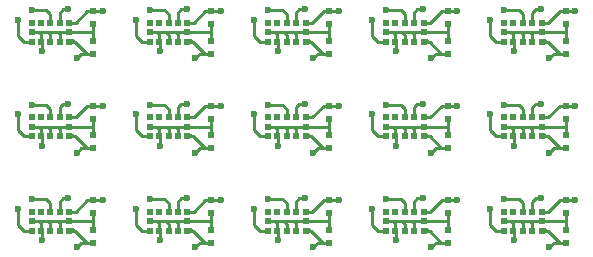
<source format=gbr>
G04 #@! TF.FileFunction,Copper,L1,Top,Signal*
%FSLAX46Y46*%
G04 Gerber Fmt 4.6, Leading zero omitted, Abs format (unit mm)*
G04 Created by KiCad (PCBNEW 4.0.7-e2-6376~58~ubuntu16.04.1) date Wed Aug  1 08:34:46 2018*
%MOMM*%
%LPD*%
G01*
G04 APERTURE LIST*
%ADD10C,0.100000*%
%ADD11R,0.500000X0.600000*%
%ADD12R,0.500000X0.500000*%
%ADD13R,0.250000X0.250000*%
%ADD14C,0.600000*%
%ADD15C,0.250000*%
G04 APERTURE END LIST*
D10*
D11*
X119075000Y-64450000D03*
X119075000Y-65550000D03*
X109075000Y-64450000D03*
X109075000Y-65550000D03*
X99075000Y-64450000D03*
X99075000Y-65550000D03*
X89075000Y-64450000D03*
X89075000Y-65550000D03*
X79075000Y-64450000D03*
X79075000Y-65550000D03*
X119075000Y-56450000D03*
X119075000Y-57550000D03*
X109075000Y-56450000D03*
X109075000Y-57550000D03*
X99075000Y-56450000D03*
X99075000Y-57550000D03*
X89075000Y-56450000D03*
X89075000Y-57550000D03*
X79075000Y-56450000D03*
X79075000Y-57550000D03*
X119075000Y-48450000D03*
X119075000Y-49550000D03*
X109075000Y-48450000D03*
X109075000Y-49550000D03*
X99075000Y-48450000D03*
X99075000Y-49550000D03*
X89075000Y-48450000D03*
X89075000Y-49550000D03*
D12*
X117050000Y-67050000D03*
X116250000Y-67050000D03*
X115450000Y-67050000D03*
X114650000Y-67050000D03*
X113850000Y-67050000D03*
X113850000Y-66250000D03*
X113850000Y-65450000D03*
X114650000Y-65450000D03*
X115450000Y-65450000D03*
X116250000Y-65450000D03*
X117050000Y-65450000D03*
X117050000Y-66250000D03*
D13*
X117350000Y-66925000D03*
D12*
X107050000Y-67050000D03*
X106250000Y-67050000D03*
X105450000Y-67050000D03*
X104650000Y-67050000D03*
X103850000Y-67050000D03*
X103850000Y-66250000D03*
X103850000Y-65450000D03*
X104650000Y-65450000D03*
X105450000Y-65450000D03*
X106250000Y-65450000D03*
X107050000Y-65450000D03*
X107050000Y-66250000D03*
D13*
X107350000Y-66925000D03*
D12*
X97050000Y-67050000D03*
X96250000Y-67050000D03*
X95450000Y-67050000D03*
X94650000Y-67050000D03*
X93850000Y-67050000D03*
X93850000Y-66250000D03*
X93850000Y-65450000D03*
X94650000Y-65450000D03*
X95450000Y-65450000D03*
X96250000Y-65450000D03*
X97050000Y-65450000D03*
X97050000Y-66250000D03*
D13*
X97350000Y-66925000D03*
D12*
X87050000Y-67050000D03*
X86250000Y-67050000D03*
X85450000Y-67050000D03*
X84650000Y-67050000D03*
X83850000Y-67050000D03*
X83850000Y-66250000D03*
X83850000Y-65450000D03*
X84650000Y-65450000D03*
X85450000Y-65450000D03*
X86250000Y-65450000D03*
X87050000Y-65450000D03*
X87050000Y-66250000D03*
D13*
X87350000Y-66925000D03*
D12*
X77050000Y-67050000D03*
X76250000Y-67050000D03*
X75450000Y-67050000D03*
X74650000Y-67050000D03*
X73850000Y-67050000D03*
X73850000Y-66250000D03*
X73850000Y-65450000D03*
X74650000Y-65450000D03*
X75450000Y-65450000D03*
X76250000Y-65450000D03*
X77050000Y-65450000D03*
X77050000Y-66250000D03*
D13*
X77350000Y-66925000D03*
D12*
X117050000Y-59050000D03*
X116250000Y-59050000D03*
X115450000Y-59050000D03*
X114650000Y-59050000D03*
X113850000Y-59050000D03*
X113850000Y-58250000D03*
X113850000Y-57450000D03*
X114650000Y-57450000D03*
X115450000Y-57450000D03*
X116250000Y-57450000D03*
X117050000Y-57450000D03*
X117050000Y-58250000D03*
D13*
X117350000Y-58925000D03*
D12*
X107050000Y-59050000D03*
X106250000Y-59050000D03*
X105450000Y-59050000D03*
X104650000Y-59050000D03*
X103850000Y-59050000D03*
X103850000Y-58250000D03*
X103850000Y-57450000D03*
X104650000Y-57450000D03*
X105450000Y-57450000D03*
X106250000Y-57450000D03*
X107050000Y-57450000D03*
X107050000Y-58250000D03*
D13*
X107350000Y-58925000D03*
D12*
X97050000Y-59050000D03*
X96250000Y-59050000D03*
X95450000Y-59050000D03*
X94650000Y-59050000D03*
X93850000Y-59050000D03*
X93850000Y-58250000D03*
X93850000Y-57450000D03*
X94650000Y-57450000D03*
X95450000Y-57450000D03*
X96250000Y-57450000D03*
X97050000Y-57450000D03*
X97050000Y-58250000D03*
D13*
X97350000Y-58925000D03*
D12*
X87050000Y-59050000D03*
X86250000Y-59050000D03*
X85450000Y-59050000D03*
X84650000Y-59050000D03*
X83850000Y-59050000D03*
X83850000Y-58250000D03*
X83850000Y-57450000D03*
X84650000Y-57450000D03*
X85450000Y-57450000D03*
X86250000Y-57450000D03*
X87050000Y-57450000D03*
X87050000Y-58250000D03*
D13*
X87350000Y-58925000D03*
D12*
X77050000Y-59050000D03*
X76250000Y-59050000D03*
X75450000Y-59050000D03*
X74650000Y-59050000D03*
X73850000Y-59050000D03*
X73850000Y-58250000D03*
X73850000Y-57450000D03*
X74650000Y-57450000D03*
X75450000Y-57450000D03*
X76250000Y-57450000D03*
X77050000Y-57450000D03*
X77050000Y-58250000D03*
D13*
X77350000Y-58925000D03*
D12*
X117050000Y-51050000D03*
X116250000Y-51050000D03*
X115450000Y-51050000D03*
X114650000Y-51050000D03*
X113850000Y-51050000D03*
X113850000Y-50250000D03*
X113850000Y-49450000D03*
X114650000Y-49450000D03*
X115450000Y-49450000D03*
X116250000Y-49450000D03*
X117050000Y-49450000D03*
X117050000Y-50250000D03*
D13*
X117350000Y-50925000D03*
D12*
X107050000Y-51050000D03*
X106250000Y-51050000D03*
X105450000Y-51050000D03*
X104650000Y-51050000D03*
X103850000Y-51050000D03*
X103850000Y-50250000D03*
X103850000Y-49450000D03*
X104650000Y-49450000D03*
X105450000Y-49450000D03*
X106250000Y-49450000D03*
X107050000Y-49450000D03*
X107050000Y-50250000D03*
D13*
X107350000Y-50925000D03*
D12*
X97050000Y-51050000D03*
X96250000Y-51050000D03*
X95450000Y-51050000D03*
X94650000Y-51050000D03*
X93850000Y-51050000D03*
X93850000Y-50250000D03*
X93850000Y-49450000D03*
X94650000Y-49450000D03*
X95450000Y-49450000D03*
X96250000Y-49450000D03*
X97050000Y-49450000D03*
X97050000Y-50250000D03*
D13*
X97350000Y-50925000D03*
D12*
X87050000Y-51050000D03*
X86250000Y-51050000D03*
X85450000Y-51050000D03*
X84650000Y-51050000D03*
X83850000Y-51050000D03*
X83850000Y-50250000D03*
X83850000Y-49450000D03*
X84650000Y-49450000D03*
X85450000Y-49450000D03*
X86250000Y-49450000D03*
X87050000Y-49450000D03*
X87050000Y-50250000D03*
D13*
X87350000Y-50925000D03*
D11*
X119075000Y-68050000D03*
X119075000Y-66950000D03*
X109075000Y-68050000D03*
X109075000Y-66950000D03*
X99075000Y-68050000D03*
X99075000Y-66950000D03*
X89075000Y-68050000D03*
X89075000Y-66950000D03*
X79075000Y-68050000D03*
X79075000Y-66950000D03*
X119075000Y-60050000D03*
X119075000Y-58950000D03*
X109075000Y-60050000D03*
X109075000Y-58950000D03*
X99075000Y-60050000D03*
X99075000Y-58950000D03*
X89075000Y-60050000D03*
X89075000Y-58950000D03*
X79075000Y-60050000D03*
X79075000Y-58950000D03*
X119075000Y-52050000D03*
X119075000Y-50950000D03*
X109075000Y-52050000D03*
X109075000Y-50950000D03*
X99075000Y-52050000D03*
X99075000Y-50950000D03*
X89075000Y-52050000D03*
X89075000Y-50950000D03*
D12*
X77050000Y-51050000D03*
X76250000Y-51050000D03*
X75450000Y-51050000D03*
X74650000Y-51050000D03*
X73850000Y-51050000D03*
X73850000Y-50250000D03*
X73850000Y-49450000D03*
X74650000Y-49450000D03*
X75450000Y-49450000D03*
X76250000Y-49450000D03*
X77050000Y-49450000D03*
X77050000Y-50250000D03*
D13*
X77350000Y-50925000D03*
D11*
X79075000Y-52050000D03*
X79075000Y-50950000D03*
X79075000Y-48450000D03*
X79075000Y-49550000D03*
D14*
X119900000Y-64450000D03*
X109900000Y-64450000D03*
X99900000Y-64450000D03*
X89900000Y-64450000D03*
X79900000Y-64450000D03*
X119900000Y-56450000D03*
X109900000Y-56450000D03*
X99900000Y-56450000D03*
X89900000Y-56450000D03*
X79900000Y-56450000D03*
X119900000Y-48450000D03*
X109900000Y-48450000D03*
X99900000Y-48450000D03*
X89900000Y-48450000D03*
X117675000Y-68450000D03*
X107675000Y-68450000D03*
X97675000Y-68450000D03*
X87675000Y-68450000D03*
X77675000Y-68450000D03*
X117675000Y-60450000D03*
X107675000Y-60450000D03*
X97675000Y-60450000D03*
X87675000Y-60450000D03*
X77675000Y-60450000D03*
X117675000Y-52450000D03*
X107675000Y-52450000D03*
X97675000Y-52450000D03*
X87675000Y-52450000D03*
X79900000Y-48450000D03*
X77675000Y-52450000D03*
X114735000Y-67850000D03*
X104735000Y-67850000D03*
X94735000Y-67850000D03*
X84735000Y-67850000D03*
X74735000Y-67850000D03*
X114735000Y-59850000D03*
X104735000Y-59850000D03*
X94735000Y-59850000D03*
X84735000Y-59850000D03*
X74735000Y-59850000D03*
X114735000Y-51850000D03*
X104735000Y-51850000D03*
X94735000Y-51850000D03*
X84735000Y-51850000D03*
X74735000Y-51850000D03*
X116975000Y-64300000D03*
X106975000Y-64300000D03*
X96975000Y-64300000D03*
X86975000Y-64300000D03*
X76975000Y-64300000D03*
X116975000Y-56300000D03*
X106975000Y-56300000D03*
X96975000Y-56300000D03*
X86975000Y-56300000D03*
X76975000Y-56300000D03*
X116975000Y-48300000D03*
X106975000Y-48300000D03*
X96975000Y-48300000D03*
X86975000Y-48300000D03*
X76975000Y-48300000D03*
X112675000Y-65200000D03*
X102675000Y-65200000D03*
X92675000Y-65200000D03*
X82675000Y-65200000D03*
X72675000Y-65200000D03*
X112675000Y-57200000D03*
X102675000Y-57200000D03*
X92675000Y-57200000D03*
X82675000Y-57200000D03*
X72675000Y-57200000D03*
X112675000Y-49200000D03*
X102675000Y-49200000D03*
X92675000Y-49200000D03*
X82675000Y-49200000D03*
X72675000Y-49200000D03*
X113875000Y-64370000D03*
X103875000Y-64370000D03*
X93875000Y-64370000D03*
X83875000Y-64370000D03*
X73875000Y-64370000D03*
X113875000Y-56370000D03*
X103875000Y-56370000D03*
X93875000Y-56370000D03*
X83875000Y-56370000D03*
X73875000Y-56370000D03*
X113875000Y-48370000D03*
X103875000Y-48370000D03*
X93875000Y-48370000D03*
X83875000Y-48370000D03*
X73875000Y-48370000D03*
D15*
X118550000Y-68050000D02*
X119075000Y-68050000D01*
X108550000Y-68050000D02*
X109075000Y-68050000D01*
X98550000Y-68050000D02*
X99075000Y-68050000D01*
X88550000Y-68050000D02*
X89075000Y-68050000D01*
X78550000Y-68050000D02*
X79075000Y-68050000D01*
X118550000Y-60050000D02*
X119075000Y-60050000D01*
X108550000Y-60050000D02*
X109075000Y-60050000D01*
X98550000Y-60050000D02*
X99075000Y-60050000D01*
X88550000Y-60050000D02*
X89075000Y-60050000D01*
X78550000Y-60050000D02*
X79075000Y-60050000D01*
X118550000Y-52050000D02*
X119075000Y-52050000D01*
X108550000Y-52050000D02*
X109075000Y-52050000D01*
X98550000Y-52050000D02*
X99075000Y-52050000D01*
X88550000Y-52050000D02*
X89075000Y-52050000D01*
X117550000Y-67050000D02*
X118550000Y-68050000D01*
X107550000Y-67050000D02*
X108550000Y-68050000D01*
X97550000Y-67050000D02*
X98550000Y-68050000D01*
X87550000Y-67050000D02*
X88550000Y-68050000D01*
X77550000Y-67050000D02*
X78550000Y-68050000D01*
X117550000Y-59050000D02*
X118550000Y-60050000D01*
X107550000Y-59050000D02*
X108550000Y-60050000D01*
X97550000Y-59050000D02*
X98550000Y-60050000D01*
X87550000Y-59050000D02*
X88550000Y-60050000D01*
X77550000Y-59050000D02*
X78550000Y-60050000D01*
X117550000Y-51050000D02*
X118550000Y-52050000D01*
X107550000Y-51050000D02*
X108550000Y-52050000D01*
X97550000Y-51050000D02*
X98550000Y-52050000D01*
X87550000Y-51050000D02*
X88550000Y-52050000D01*
X119075000Y-68050000D02*
X118075000Y-68050000D01*
X109075000Y-68050000D02*
X108075000Y-68050000D01*
X99075000Y-68050000D02*
X98075000Y-68050000D01*
X89075000Y-68050000D02*
X88075000Y-68050000D01*
X79075000Y-68050000D02*
X78075000Y-68050000D01*
X119075000Y-60050000D02*
X118075000Y-60050000D01*
X109075000Y-60050000D02*
X108075000Y-60050000D01*
X99075000Y-60050000D02*
X98075000Y-60050000D01*
X89075000Y-60050000D02*
X88075000Y-60050000D01*
X79075000Y-60050000D02*
X78075000Y-60050000D01*
X119075000Y-52050000D02*
X118075000Y-52050000D01*
X109075000Y-52050000D02*
X108075000Y-52050000D01*
X99075000Y-52050000D02*
X98075000Y-52050000D01*
X89075000Y-52050000D02*
X88075000Y-52050000D01*
X118075000Y-68050000D02*
X117675000Y-68450000D01*
X108075000Y-68050000D02*
X107675000Y-68450000D01*
X98075000Y-68050000D02*
X97675000Y-68450000D01*
X88075000Y-68050000D02*
X87675000Y-68450000D01*
X78075000Y-68050000D02*
X77675000Y-68450000D01*
X118075000Y-60050000D02*
X117675000Y-60450000D01*
X108075000Y-60050000D02*
X107675000Y-60450000D01*
X98075000Y-60050000D02*
X97675000Y-60450000D01*
X88075000Y-60050000D02*
X87675000Y-60450000D01*
X78075000Y-60050000D02*
X77675000Y-60450000D01*
X118075000Y-52050000D02*
X117675000Y-52450000D01*
X108075000Y-52050000D02*
X107675000Y-52450000D01*
X98075000Y-52050000D02*
X97675000Y-52450000D01*
X88075000Y-52050000D02*
X87675000Y-52450000D01*
X117225000Y-67050000D02*
X117350000Y-66925000D01*
X107225000Y-67050000D02*
X107350000Y-66925000D01*
X97225000Y-67050000D02*
X97350000Y-66925000D01*
X87225000Y-67050000D02*
X87350000Y-66925000D01*
X77225000Y-67050000D02*
X77350000Y-66925000D01*
X117225000Y-59050000D02*
X117350000Y-58925000D01*
X107225000Y-59050000D02*
X107350000Y-58925000D01*
X97225000Y-59050000D02*
X97350000Y-58925000D01*
X87225000Y-59050000D02*
X87350000Y-58925000D01*
X77225000Y-59050000D02*
X77350000Y-58925000D01*
X117225000Y-51050000D02*
X117350000Y-50925000D01*
X107225000Y-51050000D02*
X107350000Y-50925000D01*
X97225000Y-51050000D02*
X97350000Y-50925000D01*
X87225000Y-51050000D02*
X87350000Y-50925000D01*
X117050000Y-67050000D02*
X117225000Y-67050000D01*
X107050000Y-67050000D02*
X107225000Y-67050000D01*
X97050000Y-67050000D02*
X97225000Y-67050000D01*
X87050000Y-67050000D02*
X87225000Y-67050000D01*
X77050000Y-67050000D02*
X77225000Y-67050000D01*
X117050000Y-59050000D02*
X117225000Y-59050000D01*
X107050000Y-59050000D02*
X107225000Y-59050000D01*
X97050000Y-59050000D02*
X97225000Y-59050000D01*
X87050000Y-59050000D02*
X87225000Y-59050000D01*
X77050000Y-59050000D02*
X77225000Y-59050000D01*
X117050000Y-51050000D02*
X117225000Y-51050000D01*
X107050000Y-51050000D02*
X107225000Y-51050000D01*
X97050000Y-51050000D02*
X97225000Y-51050000D01*
X87050000Y-51050000D02*
X87225000Y-51050000D01*
X117050000Y-67050000D02*
X117550000Y-67050000D01*
X107050000Y-67050000D02*
X107550000Y-67050000D01*
X97050000Y-67050000D02*
X97550000Y-67050000D01*
X87050000Y-67050000D02*
X87550000Y-67050000D01*
X77050000Y-67050000D02*
X77550000Y-67050000D01*
X117050000Y-59050000D02*
X117550000Y-59050000D01*
X107050000Y-59050000D02*
X107550000Y-59050000D01*
X97050000Y-59050000D02*
X97550000Y-59050000D01*
X87050000Y-59050000D02*
X87550000Y-59050000D01*
X77050000Y-59050000D02*
X77550000Y-59050000D01*
X117050000Y-51050000D02*
X117550000Y-51050000D01*
X107050000Y-51050000D02*
X107550000Y-51050000D01*
X97050000Y-51050000D02*
X97550000Y-51050000D01*
X87050000Y-51050000D02*
X87550000Y-51050000D01*
X119900000Y-64450000D02*
X119075000Y-64450000D01*
X109900000Y-64450000D02*
X109075000Y-64450000D01*
X99900000Y-64450000D02*
X99075000Y-64450000D01*
X89900000Y-64450000D02*
X89075000Y-64450000D01*
X79900000Y-64450000D02*
X79075000Y-64450000D01*
X119900000Y-56450000D02*
X119075000Y-56450000D01*
X109900000Y-56450000D02*
X109075000Y-56450000D01*
X99900000Y-56450000D02*
X99075000Y-56450000D01*
X89900000Y-56450000D02*
X89075000Y-56450000D01*
X79900000Y-56450000D02*
X79075000Y-56450000D01*
X119900000Y-48450000D02*
X119075000Y-48450000D01*
X109900000Y-48450000D02*
X109075000Y-48450000D01*
X99900000Y-48450000D02*
X99075000Y-48450000D01*
X89900000Y-48450000D02*
X89075000Y-48450000D01*
X117050000Y-65450000D02*
X117575000Y-65450000D01*
X107050000Y-65450000D02*
X107575000Y-65450000D01*
X97050000Y-65450000D02*
X97575000Y-65450000D01*
X87050000Y-65450000D02*
X87575000Y-65450000D01*
X77050000Y-65450000D02*
X77575000Y-65450000D01*
X117050000Y-57450000D02*
X117575000Y-57450000D01*
X107050000Y-57450000D02*
X107575000Y-57450000D01*
X97050000Y-57450000D02*
X97575000Y-57450000D01*
X87050000Y-57450000D02*
X87575000Y-57450000D01*
X77050000Y-57450000D02*
X77575000Y-57450000D01*
X117050000Y-49450000D02*
X117575000Y-49450000D01*
X107050000Y-49450000D02*
X107575000Y-49450000D01*
X97050000Y-49450000D02*
X97575000Y-49450000D01*
X87050000Y-49450000D02*
X87575000Y-49450000D01*
X118575000Y-64450000D02*
X119075000Y-64450000D01*
X108575000Y-64450000D02*
X109075000Y-64450000D01*
X98575000Y-64450000D02*
X99075000Y-64450000D01*
X88575000Y-64450000D02*
X89075000Y-64450000D01*
X78575000Y-64450000D02*
X79075000Y-64450000D01*
X118575000Y-56450000D02*
X119075000Y-56450000D01*
X108575000Y-56450000D02*
X109075000Y-56450000D01*
X98575000Y-56450000D02*
X99075000Y-56450000D01*
X88575000Y-56450000D02*
X89075000Y-56450000D01*
X78575000Y-56450000D02*
X79075000Y-56450000D01*
X118575000Y-48450000D02*
X119075000Y-48450000D01*
X108575000Y-48450000D02*
X109075000Y-48450000D01*
X98575000Y-48450000D02*
X99075000Y-48450000D01*
X88575000Y-48450000D02*
X89075000Y-48450000D01*
X117575000Y-65450000D02*
X118575000Y-64450000D01*
X107575000Y-65450000D02*
X108575000Y-64450000D01*
X97575000Y-65450000D02*
X98575000Y-64450000D01*
X87575000Y-65450000D02*
X88575000Y-64450000D01*
X77575000Y-65450000D02*
X78575000Y-64450000D01*
X117575000Y-57450000D02*
X118575000Y-56450000D01*
X107575000Y-57450000D02*
X108575000Y-56450000D01*
X97575000Y-57450000D02*
X98575000Y-56450000D01*
X87575000Y-57450000D02*
X88575000Y-56450000D01*
X77575000Y-57450000D02*
X78575000Y-56450000D01*
X117575000Y-49450000D02*
X118575000Y-48450000D01*
X107575000Y-49450000D02*
X108575000Y-48450000D01*
X97575000Y-49450000D02*
X98575000Y-48450000D01*
X87575000Y-49450000D02*
X88575000Y-48450000D01*
X79900000Y-48450000D02*
X79075000Y-48450000D01*
X79075000Y-52050000D02*
X78075000Y-52050000D01*
X78075000Y-52050000D02*
X77675000Y-52450000D01*
X77050000Y-51050000D02*
X77550000Y-51050000D01*
X78550000Y-52050000D02*
X79075000Y-52050000D01*
X77550000Y-51050000D02*
X78550000Y-52050000D01*
X77050000Y-49450000D02*
X77575000Y-49450000D01*
X77575000Y-49450000D02*
X78575000Y-48450000D01*
X78575000Y-48450000D02*
X79075000Y-48450000D01*
X77050000Y-51050000D02*
X77225000Y-51050000D01*
X77225000Y-51050000D02*
X77350000Y-50925000D01*
X114735000Y-67050000D02*
X114735000Y-67850000D01*
X104735000Y-67050000D02*
X104735000Y-67850000D01*
X94735000Y-67050000D02*
X94735000Y-67850000D01*
X84735000Y-67050000D02*
X84735000Y-67850000D01*
X74735000Y-67050000D02*
X74735000Y-67850000D01*
X114735000Y-59050000D02*
X114735000Y-59850000D01*
X104735000Y-59050000D02*
X104735000Y-59850000D01*
X94735000Y-59050000D02*
X94735000Y-59850000D01*
X84735000Y-59050000D02*
X84735000Y-59850000D01*
X74735000Y-59050000D02*
X74735000Y-59850000D01*
X114735000Y-51050000D02*
X114735000Y-51850000D01*
X104735000Y-51050000D02*
X104735000Y-51850000D01*
X94735000Y-51050000D02*
X94735000Y-51850000D01*
X84735000Y-51050000D02*
X84735000Y-51850000D01*
X113850000Y-66250000D02*
X114475000Y-66250000D01*
X103850000Y-66250000D02*
X104475000Y-66250000D01*
X93850000Y-66250000D02*
X94475000Y-66250000D01*
X83850000Y-66250000D02*
X84475000Y-66250000D01*
X73850000Y-66250000D02*
X74475000Y-66250000D01*
X113850000Y-58250000D02*
X114475000Y-58250000D01*
X103850000Y-58250000D02*
X104475000Y-58250000D01*
X93850000Y-58250000D02*
X94475000Y-58250000D01*
X83850000Y-58250000D02*
X84475000Y-58250000D01*
X73850000Y-58250000D02*
X74475000Y-58250000D01*
X113850000Y-50250000D02*
X114475000Y-50250000D01*
X103850000Y-50250000D02*
X104475000Y-50250000D01*
X93850000Y-50250000D02*
X94475000Y-50250000D01*
X83850000Y-50250000D02*
X84475000Y-50250000D01*
X119075000Y-66250000D02*
X119075000Y-66950000D01*
X109075000Y-66250000D02*
X109075000Y-66950000D01*
X99075000Y-66250000D02*
X99075000Y-66950000D01*
X89075000Y-66250000D02*
X89075000Y-66950000D01*
X79075000Y-66250000D02*
X79075000Y-66950000D01*
X119075000Y-58250000D02*
X119075000Y-58950000D01*
X109075000Y-58250000D02*
X109075000Y-58950000D01*
X99075000Y-58250000D02*
X99075000Y-58950000D01*
X89075000Y-58250000D02*
X89075000Y-58950000D01*
X79075000Y-58250000D02*
X79075000Y-58950000D01*
X119075000Y-50250000D02*
X119075000Y-50950000D01*
X109075000Y-50250000D02*
X109075000Y-50950000D01*
X99075000Y-50250000D02*
X99075000Y-50950000D01*
X89075000Y-50250000D02*
X89075000Y-50950000D01*
X116250000Y-66425000D02*
X116075000Y-66250000D01*
X106250000Y-66425000D02*
X106075000Y-66250000D01*
X96250000Y-66425000D02*
X96075000Y-66250000D01*
X86250000Y-66425000D02*
X86075000Y-66250000D01*
X76250000Y-66425000D02*
X76075000Y-66250000D01*
X116250000Y-58425000D02*
X116075000Y-58250000D01*
X106250000Y-58425000D02*
X106075000Y-58250000D01*
X96250000Y-58425000D02*
X96075000Y-58250000D01*
X86250000Y-58425000D02*
X86075000Y-58250000D01*
X76250000Y-58425000D02*
X76075000Y-58250000D01*
X116250000Y-50425000D02*
X116075000Y-50250000D01*
X106250000Y-50425000D02*
X106075000Y-50250000D01*
X96250000Y-50425000D02*
X96075000Y-50250000D01*
X86250000Y-50425000D02*
X86075000Y-50250000D01*
X116250000Y-67050000D02*
X116250000Y-66425000D01*
X106250000Y-67050000D02*
X106250000Y-66425000D01*
X96250000Y-67050000D02*
X96250000Y-66425000D01*
X86250000Y-67050000D02*
X86250000Y-66425000D01*
X76250000Y-67050000D02*
X76250000Y-66425000D01*
X116250000Y-59050000D02*
X116250000Y-58425000D01*
X106250000Y-59050000D02*
X106250000Y-58425000D01*
X96250000Y-59050000D02*
X96250000Y-58425000D01*
X86250000Y-59050000D02*
X86250000Y-58425000D01*
X76250000Y-59050000D02*
X76250000Y-58425000D01*
X116250000Y-51050000D02*
X116250000Y-50425000D01*
X106250000Y-51050000D02*
X106250000Y-50425000D01*
X96250000Y-51050000D02*
X96250000Y-50425000D01*
X86250000Y-51050000D02*
X86250000Y-50425000D01*
X116075000Y-66250000D02*
X117050000Y-66250000D01*
X106075000Y-66250000D02*
X107050000Y-66250000D01*
X96075000Y-66250000D02*
X97050000Y-66250000D01*
X86075000Y-66250000D02*
X87050000Y-66250000D01*
X76075000Y-66250000D02*
X77050000Y-66250000D01*
X116075000Y-58250000D02*
X117050000Y-58250000D01*
X106075000Y-58250000D02*
X107050000Y-58250000D01*
X96075000Y-58250000D02*
X97050000Y-58250000D01*
X86075000Y-58250000D02*
X87050000Y-58250000D01*
X76075000Y-58250000D02*
X77050000Y-58250000D01*
X116075000Y-50250000D02*
X117050000Y-50250000D01*
X106075000Y-50250000D02*
X107050000Y-50250000D01*
X96075000Y-50250000D02*
X97050000Y-50250000D01*
X86075000Y-50250000D02*
X87050000Y-50250000D01*
X115450000Y-66450000D02*
X115250000Y-66250000D01*
X105450000Y-66450000D02*
X105250000Y-66250000D01*
X95450000Y-66450000D02*
X95250000Y-66250000D01*
X85450000Y-66450000D02*
X85250000Y-66250000D01*
X75450000Y-66450000D02*
X75250000Y-66250000D01*
X115450000Y-58450000D02*
X115250000Y-58250000D01*
X105450000Y-58450000D02*
X105250000Y-58250000D01*
X95450000Y-58450000D02*
X95250000Y-58250000D01*
X85450000Y-58450000D02*
X85250000Y-58250000D01*
X75450000Y-58450000D02*
X75250000Y-58250000D01*
X115450000Y-50450000D02*
X115250000Y-50250000D01*
X105450000Y-50450000D02*
X105250000Y-50250000D01*
X95450000Y-50450000D02*
X95250000Y-50250000D01*
X85450000Y-50450000D02*
X85250000Y-50250000D01*
X114475000Y-66250000D02*
X115250000Y-66250000D01*
X104475000Y-66250000D02*
X105250000Y-66250000D01*
X94475000Y-66250000D02*
X95250000Y-66250000D01*
X84475000Y-66250000D02*
X85250000Y-66250000D01*
X74475000Y-66250000D02*
X75250000Y-66250000D01*
X114475000Y-58250000D02*
X115250000Y-58250000D01*
X104475000Y-58250000D02*
X105250000Y-58250000D01*
X94475000Y-58250000D02*
X95250000Y-58250000D01*
X84475000Y-58250000D02*
X85250000Y-58250000D01*
X74475000Y-58250000D02*
X75250000Y-58250000D01*
X114475000Y-50250000D02*
X115250000Y-50250000D01*
X104475000Y-50250000D02*
X105250000Y-50250000D01*
X94475000Y-50250000D02*
X95250000Y-50250000D01*
X84475000Y-50250000D02*
X85250000Y-50250000D01*
X115250000Y-66250000D02*
X116075000Y-66250000D01*
X105250000Y-66250000D02*
X106075000Y-66250000D01*
X95250000Y-66250000D02*
X96075000Y-66250000D01*
X85250000Y-66250000D02*
X86075000Y-66250000D01*
X75250000Y-66250000D02*
X76075000Y-66250000D01*
X115250000Y-58250000D02*
X116075000Y-58250000D01*
X105250000Y-58250000D02*
X106075000Y-58250000D01*
X95250000Y-58250000D02*
X96075000Y-58250000D01*
X85250000Y-58250000D02*
X86075000Y-58250000D01*
X75250000Y-58250000D02*
X76075000Y-58250000D01*
X115250000Y-50250000D02*
X116075000Y-50250000D01*
X105250000Y-50250000D02*
X106075000Y-50250000D01*
X95250000Y-50250000D02*
X96075000Y-50250000D01*
X85250000Y-50250000D02*
X86075000Y-50250000D01*
X114650000Y-66425000D02*
X114475000Y-66250000D01*
X104650000Y-66425000D02*
X104475000Y-66250000D01*
X94650000Y-66425000D02*
X94475000Y-66250000D01*
X84650000Y-66425000D02*
X84475000Y-66250000D01*
X74650000Y-66425000D02*
X74475000Y-66250000D01*
X114650000Y-58425000D02*
X114475000Y-58250000D01*
X104650000Y-58425000D02*
X104475000Y-58250000D01*
X94650000Y-58425000D02*
X94475000Y-58250000D01*
X84650000Y-58425000D02*
X84475000Y-58250000D01*
X74650000Y-58425000D02*
X74475000Y-58250000D01*
X114650000Y-50425000D02*
X114475000Y-50250000D01*
X104650000Y-50425000D02*
X104475000Y-50250000D01*
X94650000Y-50425000D02*
X94475000Y-50250000D01*
X84650000Y-50425000D02*
X84475000Y-50250000D01*
X114650000Y-67050000D02*
X114650000Y-66425000D01*
X104650000Y-67050000D02*
X104650000Y-66425000D01*
X94650000Y-67050000D02*
X94650000Y-66425000D01*
X84650000Y-67050000D02*
X84650000Y-66425000D01*
X74650000Y-67050000D02*
X74650000Y-66425000D01*
X114650000Y-59050000D02*
X114650000Y-58425000D01*
X104650000Y-59050000D02*
X104650000Y-58425000D01*
X94650000Y-59050000D02*
X94650000Y-58425000D01*
X84650000Y-59050000D02*
X84650000Y-58425000D01*
X74650000Y-59050000D02*
X74650000Y-58425000D01*
X114650000Y-51050000D02*
X114650000Y-50425000D01*
X104650000Y-51050000D02*
X104650000Y-50425000D01*
X94650000Y-51050000D02*
X94650000Y-50425000D01*
X84650000Y-51050000D02*
X84650000Y-50425000D01*
X115450000Y-67050000D02*
X115450000Y-66450000D01*
X105450000Y-67050000D02*
X105450000Y-66450000D01*
X95450000Y-67050000D02*
X95450000Y-66450000D01*
X85450000Y-67050000D02*
X85450000Y-66450000D01*
X75450000Y-67050000D02*
X75450000Y-66450000D01*
X115450000Y-59050000D02*
X115450000Y-58450000D01*
X105450000Y-59050000D02*
X105450000Y-58450000D01*
X95450000Y-59050000D02*
X95450000Y-58450000D01*
X85450000Y-59050000D02*
X85450000Y-58450000D01*
X75450000Y-59050000D02*
X75450000Y-58450000D01*
X115450000Y-51050000D02*
X115450000Y-50450000D01*
X105450000Y-51050000D02*
X105450000Y-50450000D01*
X95450000Y-51050000D02*
X95450000Y-50450000D01*
X85450000Y-51050000D02*
X85450000Y-50450000D01*
X119075000Y-65500000D02*
X119075000Y-66250000D01*
X109075000Y-65500000D02*
X109075000Y-66250000D01*
X99075000Y-65500000D02*
X99075000Y-66250000D01*
X89075000Y-65500000D02*
X89075000Y-66250000D01*
X79075000Y-65500000D02*
X79075000Y-66250000D01*
X119075000Y-57500000D02*
X119075000Y-58250000D01*
X109075000Y-57500000D02*
X109075000Y-58250000D01*
X99075000Y-57500000D02*
X99075000Y-58250000D01*
X89075000Y-57500000D02*
X89075000Y-58250000D01*
X79075000Y-57500000D02*
X79075000Y-58250000D01*
X119075000Y-49500000D02*
X119075000Y-50250000D01*
X109075000Y-49500000D02*
X109075000Y-50250000D01*
X99075000Y-49500000D02*
X99075000Y-50250000D01*
X89075000Y-49500000D02*
X89075000Y-50250000D01*
X117050000Y-66250000D02*
X119075000Y-66250000D01*
X107050000Y-66250000D02*
X109075000Y-66250000D01*
X97050000Y-66250000D02*
X99075000Y-66250000D01*
X87050000Y-66250000D02*
X89075000Y-66250000D01*
X77050000Y-66250000D02*
X79075000Y-66250000D01*
X117050000Y-58250000D02*
X119075000Y-58250000D01*
X107050000Y-58250000D02*
X109075000Y-58250000D01*
X97050000Y-58250000D02*
X99075000Y-58250000D01*
X87050000Y-58250000D02*
X89075000Y-58250000D01*
X77050000Y-58250000D02*
X79075000Y-58250000D01*
X117050000Y-50250000D02*
X119075000Y-50250000D01*
X107050000Y-50250000D02*
X109075000Y-50250000D01*
X97050000Y-50250000D02*
X99075000Y-50250000D01*
X87050000Y-50250000D02*
X89075000Y-50250000D01*
X76250000Y-51050000D02*
X76250000Y-50425000D01*
X76250000Y-50425000D02*
X76075000Y-50250000D01*
X75450000Y-51050000D02*
X75450000Y-50450000D01*
X75450000Y-50450000D02*
X75250000Y-50250000D01*
X74650000Y-51050000D02*
X74650000Y-50425000D01*
X74650000Y-50425000D02*
X74475000Y-50250000D01*
X79075000Y-49500000D02*
X79075000Y-50250000D01*
X77050000Y-50250000D02*
X79075000Y-50250000D01*
X79075000Y-50250000D02*
X79075000Y-50950000D01*
X73850000Y-50250000D02*
X74475000Y-50250000D01*
X74475000Y-50250000D02*
X75250000Y-50250000D01*
X75250000Y-50250000D02*
X76075000Y-50250000D01*
X76075000Y-50250000D02*
X77050000Y-50250000D01*
X74735000Y-51050000D02*
X74735000Y-51850000D01*
X116250000Y-64575000D02*
X116525000Y-64300000D01*
X106250000Y-64575000D02*
X106525000Y-64300000D01*
X96250000Y-64575000D02*
X96525000Y-64300000D01*
X86250000Y-64575000D02*
X86525000Y-64300000D01*
X76250000Y-64575000D02*
X76525000Y-64300000D01*
X116250000Y-56575000D02*
X116525000Y-56300000D01*
X106250000Y-56575000D02*
X106525000Y-56300000D01*
X96250000Y-56575000D02*
X96525000Y-56300000D01*
X86250000Y-56575000D02*
X86525000Y-56300000D01*
X76250000Y-56575000D02*
X76525000Y-56300000D01*
X116250000Y-48575000D02*
X116525000Y-48300000D01*
X106250000Y-48575000D02*
X106525000Y-48300000D01*
X96250000Y-48575000D02*
X96525000Y-48300000D01*
X86250000Y-48575000D02*
X86525000Y-48300000D01*
X116250000Y-65450000D02*
X116250000Y-64575000D01*
X106250000Y-65450000D02*
X106250000Y-64575000D01*
X96250000Y-65450000D02*
X96250000Y-64575000D01*
X86250000Y-65450000D02*
X86250000Y-64575000D01*
X76250000Y-65450000D02*
X76250000Y-64575000D01*
X116250000Y-57450000D02*
X116250000Y-56575000D01*
X106250000Y-57450000D02*
X106250000Y-56575000D01*
X96250000Y-57450000D02*
X96250000Y-56575000D01*
X86250000Y-57450000D02*
X86250000Y-56575000D01*
X76250000Y-57450000D02*
X76250000Y-56575000D01*
X116250000Y-49450000D02*
X116250000Y-48575000D01*
X106250000Y-49450000D02*
X106250000Y-48575000D01*
X96250000Y-49450000D02*
X96250000Y-48575000D01*
X86250000Y-49450000D02*
X86250000Y-48575000D01*
X116525000Y-64300000D02*
X116975000Y-64300000D01*
X106525000Y-64300000D02*
X106975000Y-64300000D01*
X96525000Y-64300000D02*
X96975000Y-64300000D01*
X86525000Y-64300000D02*
X86975000Y-64300000D01*
X76525000Y-64300000D02*
X76975000Y-64300000D01*
X116525000Y-56300000D02*
X116975000Y-56300000D01*
X106525000Y-56300000D02*
X106975000Y-56300000D01*
X96525000Y-56300000D02*
X96975000Y-56300000D01*
X86525000Y-56300000D02*
X86975000Y-56300000D01*
X76525000Y-56300000D02*
X76975000Y-56300000D01*
X116525000Y-48300000D02*
X116975000Y-48300000D01*
X106525000Y-48300000D02*
X106975000Y-48300000D01*
X96525000Y-48300000D02*
X96975000Y-48300000D01*
X86525000Y-48300000D02*
X86975000Y-48300000D01*
X76250000Y-49450000D02*
X76250000Y-48575000D01*
X76525000Y-48300000D02*
X76975000Y-48300000D01*
X76250000Y-48575000D02*
X76525000Y-48300000D01*
X113850000Y-67050000D02*
X113175000Y-67050000D01*
X103850000Y-67050000D02*
X103175000Y-67050000D01*
X93850000Y-67050000D02*
X93175000Y-67050000D01*
X83850000Y-67050000D02*
X83175000Y-67050000D01*
X73850000Y-67050000D02*
X73175000Y-67050000D01*
X113850000Y-59050000D02*
X113175000Y-59050000D01*
X103850000Y-59050000D02*
X103175000Y-59050000D01*
X93850000Y-59050000D02*
X93175000Y-59050000D01*
X83850000Y-59050000D02*
X83175000Y-59050000D01*
X73850000Y-59050000D02*
X73175000Y-59050000D01*
X113850000Y-51050000D02*
X113175000Y-51050000D01*
X103850000Y-51050000D02*
X103175000Y-51050000D01*
X93850000Y-51050000D02*
X93175000Y-51050000D01*
X83850000Y-51050000D02*
X83175000Y-51050000D01*
X112675000Y-66550000D02*
X112675000Y-65200000D01*
X102675000Y-66550000D02*
X102675000Y-65200000D01*
X92675000Y-66550000D02*
X92675000Y-65200000D01*
X82675000Y-66550000D02*
X82675000Y-65200000D01*
X72675000Y-66550000D02*
X72675000Y-65200000D01*
X112675000Y-58550000D02*
X112675000Y-57200000D01*
X102675000Y-58550000D02*
X102675000Y-57200000D01*
X92675000Y-58550000D02*
X92675000Y-57200000D01*
X82675000Y-58550000D02*
X82675000Y-57200000D01*
X72675000Y-58550000D02*
X72675000Y-57200000D01*
X112675000Y-50550000D02*
X112675000Y-49200000D01*
X102675000Y-50550000D02*
X102675000Y-49200000D01*
X92675000Y-50550000D02*
X92675000Y-49200000D01*
X82675000Y-50550000D02*
X82675000Y-49200000D01*
X113175000Y-67050000D02*
X112675000Y-66550000D01*
X103175000Y-67050000D02*
X102675000Y-66550000D01*
X93175000Y-67050000D02*
X92675000Y-66550000D01*
X83175000Y-67050000D02*
X82675000Y-66550000D01*
X73175000Y-67050000D02*
X72675000Y-66550000D01*
X113175000Y-59050000D02*
X112675000Y-58550000D01*
X103175000Y-59050000D02*
X102675000Y-58550000D01*
X93175000Y-59050000D02*
X92675000Y-58550000D01*
X83175000Y-59050000D02*
X82675000Y-58550000D01*
X73175000Y-59050000D02*
X72675000Y-58550000D01*
X113175000Y-51050000D02*
X112675000Y-50550000D01*
X103175000Y-51050000D02*
X102675000Y-50550000D01*
X93175000Y-51050000D02*
X92675000Y-50550000D01*
X83175000Y-51050000D02*
X82675000Y-50550000D01*
X73850000Y-51050000D02*
X73175000Y-51050000D01*
X72675000Y-50550000D02*
X72675000Y-49200000D01*
X73175000Y-51050000D02*
X72675000Y-50550000D01*
X115450000Y-65450000D02*
X115450000Y-64725000D01*
X105450000Y-65450000D02*
X105450000Y-64725000D01*
X95450000Y-65450000D02*
X95450000Y-64725000D01*
X85450000Y-65450000D02*
X85450000Y-64725000D01*
X75450000Y-65450000D02*
X75450000Y-64725000D01*
X115450000Y-57450000D02*
X115450000Y-56725000D01*
X105450000Y-57450000D02*
X105450000Y-56725000D01*
X95450000Y-57450000D02*
X95450000Y-56725000D01*
X85450000Y-57450000D02*
X85450000Y-56725000D01*
X75450000Y-57450000D02*
X75450000Y-56725000D01*
X115450000Y-49450000D02*
X115450000Y-48725000D01*
X105450000Y-49450000D02*
X105450000Y-48725000D01*
X95450000Y-49450000D02*
X95450000Y-48725000D01*
X85450000Y-49450000D02*
X85450000Y-48725000D01*
X115450000Y-64725000D02*
X115095000Y-64370000D01*
X105450000Y-64725000D02*
X105095000Y-64370000D01*
X95450000Y-64725000D02*
X95095000Y-64370000D01*
X85450000Y-64725000D02*
X85095000Y-64370000D01*
X75450000Y-64725000D02*
X75095000Y-64370000D01*
X115450000Y-56725000D02*
X115095000Y-56370000D01*
X105450000Y-56725000D02*
X105095000Y-56370000D01*
X95450000Y-56725000D02*
X95095000Y-56370000D01*
X85450000Y-56725000D02*
X85095000Y-56370000D01*
X75450000Y-56725000D02*
X75095000Y-56370000D01*
X115450000Y-48725000D02*
X115095000Y-48370000D01*
X105450000Y-48725000D02*
X105095000Y-48370000D01*
X95450000Y-48725000D02*
X95095000Y-48370000D01*
X85450000Y-48725000D02*
X85095000Y-48370000D01*
X115095000Y-64370000D02*
X113875000Y-64370000D01*
X105095000Y-64370000D02*
X103875000Y-64370000D01*
X95095000Y-64370000D02*
X93875000Y-64370000D01*
X85095000Y-64370000D02*
X83875000Y-64370000D01*
X75095000Y-64370000D02*
X73875000Y-64370000D01*
X115095000Y-56370000D02*
X113875000Y-56370000D01*
X105095000Y-56370000D02*
X103875000Y-56370000D01*
X95095000Y-56370000D02*
X93875000Y-56370000D01*
X85095000Y-56370000D02*
X83875000Y-56370000D01*
X75095000Y-56370000D02*
X73875000Y-56370000D01*
X115095000Y-48370000D02*
X113875000Y-48370000D01*
X105095000Y-48370000D02*
X103875000Y-48370000D01*
X95095000Y-48370000D02*
X93875000Y-48370000D01*
X85095000Y-48370000D02*
X83875000Y-48370000D01*
X75450000Y-49450000D02*
X75450000Y-48725000D01*
X75095000Y-48370000D02*
X73875000Y-48370000D01*
X75450000Y-48725000D02*
X75095000Y-48370000D01*
M02*

</source>
